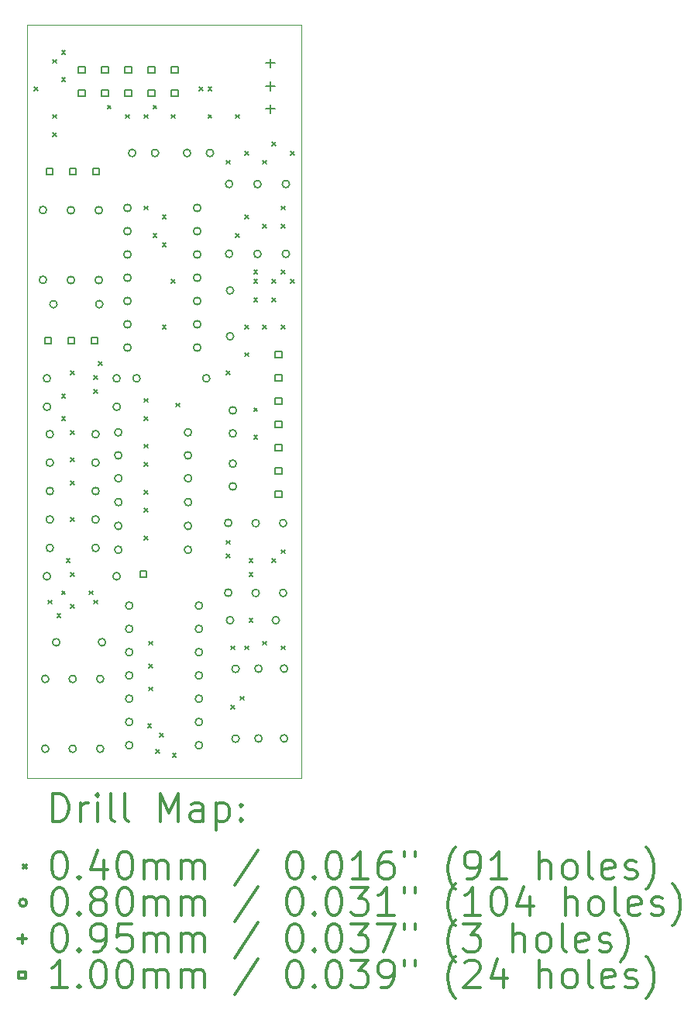
<source format=gbr>
%FSLAX45Y45*%
G04 Gerber Fmt 4.5, Leading zero omitted, Abs format (unit mm)*
G04 Created by KiCad (PCBNEW 5.1.9+dfsg1-1~bpo10+1) date 2022-02-08 03:17:38*
%MOMM*%
%LPD*%
G01*
G04 APERTURE LIST*
%TA.AperFunction,Profile*%
%ADD10C,0.050000*%
%TD*%
%ADD11C,0.200000*%
%ADD12C,0.300000*%
G04 APERTURE END LIST*
D10*
X13400000Y-13525000D02*
X13400000Y-5300000D01*
X10400000Y-13525000D02*
X13400000Y-13525000D01*
X10400000Y-5300000D02*
X10400000Y-13525000D01*
X10400000Y-5300000D02*
X13400000Y-5300000D01*
D11*
X10480000Y-5980000D02*
X10520000Y-6020000D01*
X10520000Y-5980000D02*
X10480000Y-6020000D01*
X10630000Y-11580000D02*
X10670000Y-11620000D01*
X10670000Y-11580000D02*
X10630000Y-11620000D01*
X10680000Y-5680000D02*
X10720000Y-5720000D01*
X10720000Y-5680000D02*
X10680000Y-5720000D01*
X10680000Y-6280000D02*
X10720000Y-6320000D01*
X10720000Y-6280000D02*
X10680000Y-6320000D01*
X10680000Y-6480000D02*
X10720000Y-6520000D01*
X10720000Y-6480000D02*
X10680000Y-6520000D01*
X10730000Y-11730000D02*
X10770000Y-11770000D01*
X10770000Y-11730000D02*
X10730000Y-11770000D01*
X10780000Y-5580000D02*
X10820000Y-5620000D01*
X10820000Y-5580000D02*
X10780000Y-5620000D01*
X10780000Y-5880000D02*
X10820000Y-5920000D01*
X10820000Y-5880000D02*
X10780000Y-5920000D01*
X10780000Y-9330000D02*
X10820000Y-9370000D01*
X10820000Y-9330000D02*
X10780000Y-9370000D01*
X10780000Y-9580000D02*
X10820000Y-9620000D01*
X10820000Y-9580000D02*
X10780000Y-9620000D01*
X10780000Y-11480000D02*
X10820000Y-11520000D01*
X10820000Y-11480000D02*
X10780000Y-11520000D01*
X10830000Y-11130000D02*
X10870000Y-11170000D01*
X10870000Y-11130000D02*
X10830000Y-11170000D01*
X10880000Y-9080000D02*
X10920000Y-9120000D01*
X10920000Y-9080000D02*
X10880000Y-9120000D01*
X10880000Y-9730000D02*
X10920000Y-9770000D01*
X10920000Y-9730000D02*
X10880000Y-9770000D01*
X10880000Y-10030000D02*
X10920000Y-10070000D01*
X10920000Y-10030000D02*
X10880000Y-10070000D01*
X10880000Y-10280000D02*
X10920000Y-10320000D01*
X10920000Y-10280000D02*
X10880000Y-10320000D01*
X10880000Y-10680000D02*
X10920000Y-10720000D01*
X10920000Y-10680000D02*
X10880000Y-10720000D01*
X10880000Y-11280000D02*
X10920000Y-11320000D01*
X10920000Y-11280000D02*
X10880000Y-11320000D01*
X10880000Y-11630000D02*
X10920000Y-11670000D01*
X10920000Y-11630000D02*
X10880000Y-11670000D01*
X11080000Y-11480000D02*
X11120000Y-11520000D01*
X11120000Y-11480000D02*
X11080000Y-11520000D01*
X11130000Y-9130000D02*
X11170000Y-9170000D01*
X11170000Y-9130000D02*
X11130000Y-9170000D01*
X11130000Y-9280000D02*
X11170000Y-9320000D01*
X11170000Y-9280000D02*
X11130000Y-9320000D01*
X11130000Y-11580000D02*
X11170000Y-11620000D01*
X11170000Y-11580000D02*
X11130000Y-11620000D01*
X11180000Y-8980000D02*
X11220000Y-9020000D01*
X11220000Y-8980000D02*
X11180000Y-9020000D01*
X11280000Y-6180000D02*
X11320000Y-6220000D01*
X11320000Y-6180000D02*
X11280000Y-6220000D01*
X11480000Y-6280000D02*
X11520000Y-6320000D01*
X11520000Y-6280000D02*
X11480000Y-6320000D01*
X11680000Y-6280000D02*
X11720000Y-6320000D01*
X11720000Y-6280000D02*
X11680000Y-6320000D01*
X11680000Y-7280000D02*
X11720000Y-7320000D01*
X11720000Y-7280000D02*
X11680000Y-7320000D01*
X11680000Y-9380000D02*
X11720000Y-9420000D01*
X11720000Y-9380000D02*
X11680000Y-9420000D01*
X11680000Y-9580000D02*
X11720000Y-9620000D01*
X11720000Y-9580000D02*
X11680000Y-9620000D01*
X11680000Y-9880000D02*
X11720000Y-9920000D01*
X11720000Y-9880000D02*
X11680000Y-9920000D01*
X11680000Y-10080000D02*
X11720000Y-10120000D01*
X11720000Y-10080000D02*
X11680000Y-10120000D01*
X11680000Y-10380000D02*
X11720000Y-10420000D01*
X11720000Y-10380000D02*
X11680000Y-10420000D01*
X11680000Y-10580000D02*
X11720000Y-10620000D01*
X11720000Y-10580000D02*
X11680000Y-10620000D01*
X11680000Y-10880000D02*
X11720000Y-10920000D01*
X11720000Y-10880000D02*
X11680000Y-10920000D01*
X11720000Y-12930000D02*
X11760000Y-12970000D01*
X11760000Y-12930000D02*
X11720000Y-12970000D01*
X11730000Y-12030000D02*
X11770000Y-12070000D01*
X11770000Y-12030000D02*
X11730000Y-12070000D01*
X11730000Y-12280000D02*
X11770000Y-12320000D01*
X11770000Y-12280000D02*
X11730000Y-12320000D01*
X11730000Y-12530000D02*
X11770000Y-12570000D01*
X11770000Y-12530000D02*
X11730000Y-12570000D01*
X11780000Y-6180000D02*
X11820000Y-6220000D01*
X11820000Y-6180000D02*
X11780000Y-6220000D01*
X11780000Y-7580000D02*
X11820000Y-7620000D01*
X11820000Y-7580000D02*
X11780000Y-7620000D01*
X11810000Y-13210000D02*
X11850000Y-13250000D01*
X11850000Y-13210000D02*
X11810000Y-13250000D01*
X11850000Y-13030000D02*
X11890000Y-13070000D01*
X11890000Y-13030000D02*
X11850000Y-13070000D01*
X11880000Y-7380000D02*
X11920000Y-7420000D01*
X11920000Y-7380000D02*
X11880000Y-7420000D01*
X11880000Y-7680000D02*
X11920000Y-7720000D01*
X11920000Y-7680000D02*
X11880000Y-7720000D01*
X11880000Y-8580000D02*
X11920000Y-8620000D01*
X11920000Y-8580000D02*
X11880000Y-8620000D01*
X11980000Y-6280000D02*
X12020000Y-6320000D01*
X12020000Y-6280000D02*
X11980000Y-6320000D01*
X11980000Y-8080000D02*
X12020000Y-8120000D01*
X12020000Y-8080000D02*
X11980000Y-8120000D01*
X11990000Y-13250000D02*
X12030000Y-13290000D01*
X12030000Y-13250000D02*
X11990000Y-13290000D01*
X12030000Y-9430000D02*
X12070000Y-9470000D01*
X12070000Y-9430000D02*
X12030000Y-9470000D01*
X12280000Y-5980000D02*
X12320000Y-6020000D01*
X12320000Y-5980000D02*
X12280000Y-6020000D01*
X12380000Y-5980000D02*
X12420000Y-6020000D01*
X12420000Y-5980000D02*
X12380000Y-6020000D01*
X12380000Y-6280000D02*
X12420000Y-6320000D01*
X12420000Y-6280000D02*
X12380000Y-6320000D01*
X12580000Y-6780000D02*
X12620000Y-6820000D01*
X12620000Y-6780000D02*
X12580000Y-6820000D01*
X12580000Y-9080000D02*
X12620000Y-9120000D01*
X12620000Y-9080000D02*
X12580000Y-9120000D01*
X12580000Y-10930000D02*
X12620000Y-10970000D01*
X12620000Y-10930000D02*
X12580000Y-10970000D01*
X12580000Y-11080000D02*
X12620000Y-11120000D01*
X12620000Y-11080000D02*
X12580000Y-11120000D01*
X12630000Y-12080000D02*
X12670000Y-12120000D01*
X12670000Y-12080000D02*
X12630000Y-12120000D01*
X12630000Y-12730000D02*
X12670000Y-12770000D01*
X12670000Y-12730000D02*
X12630000Y-12770000D01*
X12680000Y-6280000D02*
X12720000Y-6320000D01*
X12720000Y-6280000D02*
X12680000Y-6320000D01*
X12680000Y-7580000D02*
X12720000Y-7620000D01*
X12720000Y-7580000D02*
X12680000Y-7620000D01*
X12730000Y-12630000D02*
X12770000Y-12670000D01*
X12770000Y-12630000D02*
X12730000Y-12670000D01*
X12780000Y-6680000D02*
X12820000Y-6720000D01*
X12820000Y-6680000D02*
X12780000Y-6720000D01*
X12780000Y-7380000D02*
X12820000Y-7420000D01*
X12820000Y-7380000D02*
X12780000Y-7420000D01*
X12780000Y-8580000D02*
X12820000Y-8620000D01*
X12820000Y-8580000D02*
X12780000Y-8620000D01*
X12780000Y-8880000D02*
X12820000Y-8920000D01*
X12820000Y-8880000D02*
X12780000Y-8920000D01*
X12780000Y-12080000D02*
X12820000Y-12120000D01*
X12820000Y-12080000D02*
X12780000Y-12120000D01*
X12830000Y-11130000D02*
X12870000Y-11170000D01*
X12870000Y-11130000D02*
X12830000Y-11170000D01*
X12830000Y-11280000D02*
X12870000Y-11320000D01*
X12870000Y-11280000D02*
X12830000Y-11320000D01*
X12830000Y-11780000D02*
X12870000Y-11820000D01*
X12870000Y-11780000D02*
X12830000Y-11820000D01*
X12880000Y-7980000D02*
X12920000Y-8020000D01*
X12920000Y-7980000D02*
X12880000Y-8020000D01*
X12880000Y-8080000D02*
X12920000Y-8120000D01*
X12920000Y-8080000D02*
X12880000Y-8120000D01*
X12880000Y-8280000D02*
X12920000Y-8320000D01*
X12920000Y-8280000D02*
X12880000Y-8320000D01*
X12880000Y-9480000D02*
X12920000Y-9520000D01*
X12920000Y-9480000D02*
X12880000Y-9520000D01*
X12880000Y-9780000D02*
X12920000Y-9820000D01*
X12920000Y-9780000D02*
X12880000Y-9820000D01*
X12980000Y-6780000D02*
X13020000Y-6820000D01*
X13020000Y-6780000D02*
X12980000Y-6820000D01*
X12980000Y-7480000D02*
X13020000Y-7520000D01*
X13020000Y-7480000D02*
X12980000Y-7520000D01*
X12980000Y-8580000D02*
X13020000Y-8620000D01*
X13020000Y-8580000D02*
X12980000Y-8620000D01*
X12980000Y-12030000D02*
X13020000Y-12070000D01*
X13020000Y-12030000D02*
X12980000Y-12070000D01*
X13080000Y-6580000D02*
X13120000Y-6620000D01*
X13120000Y-6580000D02*
X13080000Y-6620000D01*
X13080000Y-8080000D02*
X13120000Y-8120000D01*
X13120000Y-8080000D02*
X13080000Y-8120000D01*
X13080000Y-8280000D02*
X13120000Y-8320000D01*
X13120000Y-8280000D02*
X13080000Y-8320000D01*
X13080000Y-11130000D02*
X13120000Y-11170000D01*
X13120000Y-11130000D02*
X13080000Y-11170000D01*
X13180000Y-7280000D02*
X13220000Y-7320000D01*
X13220000Y-7280000D02*
X13180000Y-7320000D01*
X13180000Y-7480000D02*
X13220000Y-7520000D01*
X13220000Y-7480000D02*
X13180000Y-7520000D01*
X13180000Y-7980000D02*
X13220000Y-8020000D01*
X13220000Y-7980000D02*
X13180000Y-8020000D01*
X13180000Y-8580000D02*
X13220000Y-8620000D01*
X13220000Y-8580000D02*
X13180000Y-8620000D01*
X13180000Y-11030000D02*
X13220000Y-11070000D01*
X13220000Y-11030000D02*
X13180000Y-11070000D01*
X13180000Y-12080000D02*
X13220000Y-12120000D01*
X13220000Y-12080000D02*
X13180000Y-12120000D01*
X13280000Y-6680000D02*
X13320000Y-6720000D01*
X13320000Y-6680000D02*
X13280000Y-6720000D01*
X13280000Y-8080000D02*
X13320000Y-8120000D01*
X13320000Y-8080000D02*
X13280000Y-8120000D01*
X10615000Y-7323000D02*
G75*
G03*
X10615000Y-7323000I-40000J0D01*
G01*
X10615000Y-8085000D02*
G75*
G03*
X10615000Y-8085000I-40000J0D01*
G01*
X10640000Y-12440000D02*
G75*
G03*
X10640000Y-12440000I-40000J0D01*
G01*
X10640000Y-13202000D02*
G75*
G03*
X10640000Y-13202000I-40000J0D01*
G01*
X10658000Y-9160000D02*
G75*
G03*
X10658000Y-9160000I-40000J0D01*
G01*
X10658000Y-11320000D02*
G75*
G03*
X10658000Y-11320000I-40000J0D01*
G01*
X10660000Y-9470000D02*
G75*
G03*
X10660000Y-9470000I-40000J0D01*
G01*
X10690000Y-9770000D02*
G75*
G03*
X10690000Y-9770000I-40000J0D01*
G01*
X10690000Y-10080000D02*
G75*
G03*
X10690000Y-10080000I-40000J0D01*
G01*
X10690000Y-10390000D02*
G75*
G03*
X10690000Y-10390000I-40000J0D01*
G01*
X10690000Y-10700000D02*
G75*
G03*
X10690000Y-10700000I-40000J0D01*
G01*
X10690000Y-11010000D02*
G75*
G03*
X10690000Y-11010000I-40000J0D01*
G01*
X10730000Y-8350000D02*
G75*
G03*
X10730000Y-8350000I-40000J0D01*
G01*
X10760000Y-12040000D02*
G75*
G03*
X10760000Y-12040000I-40000J0D01*
G01*
X10920000Y-7325000D02*
G75*
G03*
X10920000Y-7325000I-40000J0D01*
G01*
X10920000Y-8087000D02*
G75*
G03*
X10920000Y-8087000I-40000J0D01*
G01*
X10940000Y-12440000D02*
G75*
G03*
X10940000Y-12440000I-40000J0D01*
G01*
X10940000Y-13202000D02*
G75*
G03*
X10940000Y-13202000I-40000J0D01*
G01*
X11190000Y-9770000D02*
G75*
G03*
X11190000Y-9770000I-40000J0D01*
G01*
X11190000Y-10080000D02*
G75*
G03*
X11190000Y-10080000I-40000J0D01*
G01*
X11190000Y-10390000D02*
G75*
G03*
X11190000Y-10390000I-40000J0D01*
G01*
X11190000Y-10700000D02*
G75*
G03*
X11190000Y-10700000I-40000J0D01*
G01*
X11190000Y-11010000D02*
G75*
G03*
X11190000Y-11010000I-40000J0D01*
G01*
X11225000Y-7325000D02*
G75*
G03*
X11225000Y-7325000I-40000J0D01*
G01*
X11225000Y-8087000D02*
G75*
G03*
X11225000Y-8087000I-40000J0D01*
G01*
X11230000Y-8350000D02*
G75*
G03*
X11230000Y-8350000I-40000J0D01*
G01*
X11240000Y-12440000D02*
G75*
G03*
X11240000Y-12440000I-40000J0D01*
G01*
X11240000Y-13202000D02*
G75*
G03*
X11240000Y-13202000I-40000J0D01*
G01*
X11260000Y-12040000D02*
G75*
G03*
X11260000Y-12040000I-40000J0D01*
G01*
X11420000Y-9160000D02*
G75*
G03*
X11420000Y-9160000I-40000J0D01*
G01*
X11420000Y-11320000D02*
G75*
G03*
X11420000Y-11320000I-40000J0D01*
G01*
X11422000Y-9470000D02*
G75*
G03*
X11422000Y-9470000I-40000J0D01*
G01*
X11438000Y-9750000D02*
G75*
G03*
X11438000Y-9750000I-40000J0D01*
G01*
X11438000Y-10000000D02*
G75*
G03*
X11438000Y-10000000I-40000J0D01*
G01*
X11438000Y-10250000D02*
G75*
G03*
X11438000Y-10250000I-40000J0D01*
G01*
X11438000Y-10770000D02*
G75*
G03*
X11438000Y-10770000I-40000J0D01*
G01*
X11438000Y-11030000D02*
G75*
G03*
X11438000Y-11030000I-40000J0D01*
G01*
X11440000Y-10510000D02*
G75*
G03*
X11440000Y-10510000I-40000J0D01*
G01*
X11538000Y-7300000D02*
G75*
G03*
X11538000Y-7300000I-40000J0D01*
G01*
X11538000Y-7554000D02*
G75*
G03*
X11538000Y-7554000I-40000J0D01*
G01*
X11538000Y-7808000D02*
G75*
G03*
X11538000Y-7808000I-40000J0D01*
G01*
X11538000Y-8062000D02*
G75*
G03*
X11538000Y-8062000I-40000J0D01*
G01*
X11538000Y-8316000D02*
G75*
G03*
X11538000Y-8316000I-40000J0D01*
G01*
X11538000Y-8570000D02*
G75*
G03*
X11538000Y-8570000I-40000J0D01*
G01*
X11538000Y-8824000D02*
G75*
G03*
X11538000Y-8824000I-40000J0D01*
G01*
X11558000Y-11640000D02*
G75*
G03*
X11558000Y-11640000I-40000J0D01*
G01*
X11558000Y-11894000D02*
G75*
G03*
X11558000Y-11894000I-40000J0D01*
G01*
X11558000Y-12148000D02*
G75*
G03*
X11558000Y-12148000I-40000J0D01*
G01*
X11558000Y-12402000D02*
G75*
G03*
X11558000Y-12402000I-40000J0D01*
G01*
X11558000Y-12656000D02*
G75*
G03*
X11558000Y-12656000I-40000J0D01*
G01*
X11558000Y-12910000D02*
G75*
G03*
X11558000Y-12910000I-40000J0D01*
G01*
X11558000Y-13164000D02*
G75*
G03*
X11558000Y-13164000I-40000J0D01*
G01*
X11590000Y-6700000D02*
G75*
G03*
X11590000Y-6700000I-40000J0D01*
G01*
X11638000Y-9160000D02*
G75*
G03*
X11638000Y-9160000I-40000J0D01*
G01*
X11840000Y-6700000D02*
G75*
G03*
X11840000Y-6700000I-40000J0D01*
G01*
X12190000Y-6700000D02*
G75*
G03*
X12190000Y-6700000I-40000J0D01*
G01*
X12200000Y-9750000D02*
G75*
G03*
X12200000Y-9750000I-40000J0D01*
G01*
X12200000Y-10000000D02*
G75*
G03*
X12200000Y-10000000I-40000J0D01*
G01*
X12200000Y-10250000D02*
G75*
G03*
X12200000Y-10250000I-40000J0D01*
G01*
X12200000Y-10770000D02*
G75*
G03*
X12200000Y-10770000I-40000J0D01*
G01*
X12200000Y-11030000D02*
G75*
G03*
X12200000Y-11030000I-40000J0D01*
G01*
X12202000Y-10510000D02*
G75*
G03*
X12202000Y-10510000I-40000J0D01*
G01*
X12300000Y-7300000D02*
G75*
G03*
X12300000Y-7300000I-40000J0D01*
G01*
X12300000Y-7554000D02*
G75*
G03*
X12300000Y-7554000I-40000J0D01*
G01*
X12300000Y-7808000D02*
G75*
G03*
X12300000Y-7808000I-40000J0D01*
G01*
X12300000Y-8062000D02*
G75*
G03*
X12300000Y-8062000I-40000J0D01*
G01*
X12300000Y-8316000D02*
G75*
G03*
X12300000Y-8316000I-40000J0D01*
G01*
X12300000Y-8570000D02*
G75*
G03*
X12300000Y-8570000I-40000J0D01*
G01*
X12300000Y-8824000D02*
G75*
G03*
X12300000Y-8824000I-40000J0D01*
G01*
X12320000Y-11640000D02*
G75*
G03*
X12320000Y-11640000I-40000J0D01*
G01*
X12320000Y-11894000D02*
G75*
G03*
X12320000Y-11894000I-40000J0D01*
G01*
X12320000Y-12148000D02*
G75*
G03*
X12320000Y-12148000I-40000J0D01*
G01*
X12320000Y-12402000D02*
G75*
G03*
X12320000Y-12402000I-40000J0D01*
G01*
X12320000Y-12656000D02*
G75*
G03*
X12320000Y-12656000I-40000J0D01*
G01*
X12320000Y-12910000D02*
G75*
G03*
X12320000Y-12910000I-40000J0D01*
G01*
X12320000Y-13164000D02*
G75*
G03*
X12320000Y-13164000I-40000J0D01*
G01*
X12400000Y-9160000D02*
G75*
G03*
X12400000Y-9160000I-40000J0D01*
G01*
X12440000Y-6700000D02*
G75*
G03*
X12440000Y-6700000I-40000J0D01*
G01*
X12640000Y-10738000D02*
G75*
G03*
X12640000Y-10738000I-40000J0D01*
G01*
X12640000Y-11500000D02*
G75*
G03*
X12640000Y-11500000I-40000J0D01*
G01*
X12650000Y-7038000D02*
G75*
G03*
X12650000Y-7038000I-40000J0D01*
G01*
X12650000Y-7800000D02*
G75*
G03*
X12650000Y-7800000I-40000J0D01*
G01*
X12660000Y-8200000D02*
G75*
G03*
X12660000Y-8200000I-40000J0D01*
G01*
X12660000Y-8700000D02*
G75*
G03*
X12660000Y-8700000I-40000J0D01*
G01*
X12660000Y-11800000D02*
G75*
G03*
X12660000Y-11800000I-40000J0D01*
G01*
X12690000Y-9510000D02*
G75*
G03*
X12690000Y-9510000I-40000J0D01*
G01*
X12690000Y-9760000D02*
G75*
G03*
X12690000Y-9760000I-40000J0D01*
G01*
X12690000Y-10090000D02*
G75*
G03*
X12690000Y-10090000I-40000J0D01*
G01*
X12690000Y-10340000D02*
G75*
G03*
X12690000Y-10340000I-40000J0D01*
G01*
X12720000Y-12330000D02*
G75*
G03*
X12720000Y-12330000I-40000J0D01*
G01*
X12720000Y-13092000D02*
G75*
G03*
X12720000Y-13092000I-40000J0D01*
G01*
X12940000Y-10740000D02*
G75*
G03*
X12940000Y-10740000I-40000J0D01*
G01*
X12940000Y-11502000D02*
G75*
G03*
X12940000Y-11502000I-40000J0D01*
G01*
X12960000Y-7040000D02*
G75*
G03*
X12960000Y-7040000I-40000J0D01*
G01*
X12960000Y-7802000D02*
G75*
G03*
X12960000Y-7802000I-40000J0D01*
G01*
X12970000Y-12328000D02*
G75*
G03*
X12970000Y-12328000I-40000J0D01*
G01*
X12970000Y-13090000D02*
G75*
G03*
X12970000Y-13090000I-40000J0D01*
G01*
X13160000Y-11800000D02*
G75*
G03*
X13160000Y-11800000I-40000J0D01*
G01*
X13240000Y-10740000D02*
G75*
G03*
X13240000Y-10740000I-40000J0D01*
G01*
X13240000Y-11502000D02*
G75*
G03*
X13240000Y-11502000I-40000J0D01*
G01*
X13250000Y-12328000D02*
G75*
G03*
X13250000Y-12328000I-40000J0D01*
G01*
X13250000Y-13090000D02*
G75*
G03*
X13250000Y-13090000I-40000J0D01*
G01*
X13270000Y-7038000D02*
G75*
G03*
X13270000Y-7038000I-40000J0D01*
G01*
X13270000Y-7800000D02*
G75*
G03*
X13270000Y-7800000I-40000J0D01*
G01*
X13060000Y-5672500D02*
X13060000Y-5767500D01*
X13012500Y-5720000D02*
X13107500Y-5720000D01*
X13060000Y-5922500D02*
X13060000Y-6017500D01*
X13012500Y-5970000D02*
X13107500Y-5970000D01*
X13060000Y-6172500D02*
X13060000Y-6267500D01*
X13012500Y-6220000D02*
X13107500Y-6220000D01*
X10667356Y-8785356D02*
X10667356Y-8714644D01*
X10596644Y-8714644D01*
X10596644Y-8785356D01*
X10667356Y-8785356D01*
X10685356Y-6935356D02*
X10685356Y-6864644D01*
X10614644Y-6864644D01*
X10614644Y-6935356D01*
X10685356Y-6935356D01*
X10921356Y-8785356D02*
X10921356Y-8714644D01*
X10850644Y-8714644D01*
X10850644Y-8785356D01*
X10921356Y-8785356D01*
X10939356Y-6935356D02*
X10939356Y-6864644D01*
X10868644Y-6864644D01*
X10868644Y-6935356D01*
X10939356Y-6935356D01*
X11035356Y-5825356D02*
X11035356Y-5754644D01*
X10964644Y-5754644D01*
X10964644Y-5825356D01*
X11035356Y-5825356D01*
X11035356Y-6079356D02*
X11035356Y-6008644D01*
X10964644Y-6008644D01*
X10964644Y-6079356D01*
X11035356Y-6079356D01*
X11175356Y-8785356D02*
X11175356Y-8714644D01*
X11104644Y-8714644D01*
X11104644Y-8785356D01*
X11175356Y-8785356D01*
X11193356Y-6935356D02*
X11193356Y-6864644D01*
X11122644Y-6864644D01*
X11122644Y-6935356D01*
X11193356Y-6935356D01*
X11289356Y-5825356D02*
X11289356Y-5754644D01*
X11218644Y-5754644D01*
X11218644Y-5825356D01*
X11289356Y-5825356D01*
X11289356Y-6079356D02*
X11289356Y-6008644D01*
X11218644Y-6008644D01*
X11218644Y-6079356D01*
X11289356Y-6079356D01*
X11543356Y-5825356D02*
X11543356Y-5754644D01*
X11472644Y-5754644D01*
X11472644Y-5825356D01*
X11543356Y-5825356D01*
X11543356Y-6079356D02*
X11543356Y-6008644D01*
X11472644Y-6008644D01*
X11472644Y-6079356D01*
X11543356Y-6079356D01*
X11706656Y-11333356D02*
X11706656Y-11262644D01*
X11635944Y-11262644D01*
X11635944Y-11333356D01*
X11706656Y-11333356D01*
X11797356Y-5825356D02*
X11797356Y-5754644D01*
X11726644Y-5754644D01*
X11726644Y-5825356D01*
X11797356Y-5825356D01*
X11797356Y-6079356D02*
X11797356Y-6008644D01*
X11726644Y-6008644D01*
X11726644Y-6079356D01*
X11797356Y-6079356D01*
X12051356Y-5825356D02*
X12051356Y-5754644D01*
X11980644Y-5754644D01*
X11980644Y-5825356D01*
X12051356Y-5825356D01*
X12051356Y-6079356D02*
X12051356Y-6008644D01*
X11980644Y-6008644D01*
X11980644Y-6079356D01*
X12051356Y-6079356D01*
X13185356Y-8935356D02*
X13185356Y-8864644D01*
X13114644Y-8864644D01*
X13114644Y-8935356D01*
X13185356Y-8935356D01*
X13185356Y-9189356D02*
X13185356Y-9118644D01*
X13114644Y-9118644D01*
X13114644Y-9189356D01*
X13185356Y-9189356D01*
X13185356Y-9443356D02*
X13185356Y-9372644D01*
X13114644Y-9372644D01*
X13114644Y-9443356D01*
X13185356Y-9443356D01*
X13185356Y-9697356D02*
X13185356Y-9626644D01*
X13114644Y-9626644D01*
X13114644Y-9697356D01*
X13185356Y-9697356D01*
X13185356Y-9951356D02*
X13185356Y-9880644D01*
X13114644Y-9880644D01*
X13114644Y-9951356D01*
X13185356Y-9951356D01*
X13185356Y-10205356D02*
X13185356Y-10134644D01*
X13114644Y-10134644D01*
X13114644Y-10205356D01*
X13185356Y-10205356D01*
X13185356Y-10459356D02*
X13185356Y-10388644D01*
X13114644Y-10388644D01*
X13114644Y-10459356D01*
X13185356Y-10459356D01*
D12*
X10683928Y-13993214D02*
X10683928Y-13693214D01*
X10755357Y-13693214D01*
X10798214Y-13707500D01*
X10826786Y-13736071D01*
X10841071Y-13764643D01*
X10855357Y-13821786D01*
X10855357Y-13864643D01*
X10841071Y-13921786D01*
X10826786Y-13950357D01*
X10798214Y-13978929D01*
X10755357Y-13993214D01*
X10683928Y-13993214D01*
X10983928Y-13993214D02*
X10983928Y-13793214D01*
X10983928Y-13850357D02*
X10998214Y-13821786D01*
X11012500Y-13807500D01*
X11041071Y-13793214D01*
X11069643Y-13793214D01*
X11169643Y-13993214D02*
X11169643Y-13793214D01*
X11169643Y-13693214D02*
X11155357Y-13707500D01*
X11169643Y-13721786D01*
X11183928Y-13707500D01*
X11169643Y-13693214D01*
X11169643Y-13721786D01*
X11355357Y-13993214D02*
X11326786Y-13978929D01*
X11312500Y-13950357D01*
X11312500Y-13693214D01*
X11512500Y-13993214D02*
X11483928Y-13978929D01*
X11469643Y-13950357D01*
X11469643Y-13693214D01*
X11855357Y-13993214D02*
X11855357Y-13693214D01*
X11955357Y-13907500D01*
X12055357Y-13693214D01*
X12055357Y-13993214D01*
X12326786Y-13993214D02*
X12326786Y-13836071D01*
X12312500Y-13807500D01*
X12283928Y-13793214D01*
X12226786Y-13793214D01*
X12198214Y-13807500D01*
X12326786Y-13978929D02*
X12298214Y-13993214D01*
X12226786Y-13993214D01*
X12198214Y-13978929D01*
X12183928Y-13950357D01*
X12183928Y-13921786D01*
X12198214Y-13893214D01*
X12226786Y-13878929D01*
X12298214Y-13878929D01*
X12326786Y-13864643D01*
X12469643Y-13793214D02*
X12469643Y-14093214D01*
X12469643Y-13807500D02*
X12498214Y-13793214D01*
X12555357Y-13793214D01*
X12583928Y-13807500D01*
X12598214Y-13821786D01*
X12612500Y-13850357D01*
X12612500Y-13936071D01*
X12598214Y-13964643D01*
X12583928Y-13978929D01*
X12555357Y-13993214D01*
X12498214Y-13993214D01*
X12469643Y-13978929D01*
X12741071Y-13964643D02*
X12755357Y-13978929D01*
X12741071Y-13993214D01*
X12726786Y-13978929D01*
X12741071Y-13964643D01*
X12741071Y-13993214D01*
X12741071Y-13807500D02*
X12755357Y-13821786D01*
X12741071Y-13836071D01*
X12726786Y-13821786D01*
X12741071Y-13807500D01*
X12741071Y-13836071D01*
X10357500Y-14467500D02*
X10397500Y-14507500D01*
X10397500Y-14467500D02*
X10357500Y-14507500D01*
X10741071Y-14323214D02*
X10769643Y-14323214D01*
X10798214Y-14337500D01*
X10812500Y-14351786D01*
X10826786Y-14380357D01*
X10841071Y-14437500D01*
X10841071Y-14508929D01*
X10826786Y-14566071D01*
X10812500Y-14594643D01*
X10798214Y-14608929D01*
X10769643Y-14623214D01*
X10741071Y-14623214D01*
X10712500Y-14608929D01*
X10698214Y-14594643D01*
X10683928Y-14566071D01*
X10669643Y-14508929D01*
X10669643Y-14437500D01*
X10683928Y-14380357D01*
X10698214Y-14351786D01*
X10712500Y-14337500D01*
X10741071Y-14323214D01*
X10969643Y-14594643D02*
X10983928Y-14608929D01*
X10969643Y-14623214D01*
X10955357Y-14608929D01*
X10969643Y-14594643D01*
X10969643Y-14623214D01*
X11241071Y-14423214D02*
X11241071Y-14623214D01*
X11169643Y-14308929D02*
X11098214Y-14523214D01*
X11283928Y-14523214D01*
X11455357Y-14323214D02*
X11483928Y-14323214D01*
X11512500Y-14337500D01*
X11526786Y-14351786D01*
X11541071Y-14380357D01*
X11555357Y-14437500D01*
X11555357Y-14508929D01*
X11541071Y-14566071D01*
X11526786Y-14594643D01*
X11512500Y-14608929D01*
X11483928Y-14623214D01*
X11455357Y-14623214D01*
X11426786Y-14608929D01*
X11412500Y-14594643D01*
X11398214Y-14566071D01*
X11383928Y-14508929D01*
X11383928Y-14437500D01*
X11398214Y-14380357D01*
X11412500Y-14351786D01*
X11426786Y-14337500D01*
X11455357Y-14323214D01*
X11683928Y-14623214D02*
X11683928Y-14423214D01*
X11683928Y-14451786D02*
X11698214Y-14437500D01*
X11726786Y-14423214D01*
X11769643Y-14423214D01*
X11798214Y-14437500D01*
X11812500Y-14466071D01*
X11812500Y-14623214D01*
X11812500Y-14466071D02*
X11826786Y-14437500D01*
X11855357Y-14423214D01*
X11898214Y-14423214D01*
X11926786Y-14437500D01*
X11941071Y-14466071D01*
X11941071Y-14623214D01*
X12083928Y-14623214D02*
X12083928Y-14423214D01*
X12083928Y-14451786D02*
X12098214Y-14437500D01*
X12126786Y-14423214D01*
X12169643Y-14423214D01*
X12198214Y-14437500D01*
X12212500Y-14466071D01*
X12212500Y-14623214D01*
X12212500Y-14466071D02*
X12226786Y-14437500D01*
X12255357Y-14423214D01*
X12298214Y-14423214D01*
X12326786Y-14437500D01*
X12341071Y-14466071D01*
X12341071Y-14623214D01*
X12926786Y-14308929D02*
X12669643Y-14694643D01*
X13312500Y-14323214D02*
X13341071Y-14323214D01*
X13369643Y-14337500D01*
X13383928Y-14351786D01*
X13398214Y-14380357D01*
X13412500Y-14437500D01*
X13412500Y-14508929D01*
X13398214Y-14566071D01*
X13383928Y-14594643D01*
X13369643Y-14608929D01*
X13341071Y-14623214D01*
X13312500Y-14623214D01*
X13283928Y-14608929D01*
X13269643Y-14594643D01*
X13255357Y-14566071D01*
X13241071Y-14508929D01*
X13241071Y-14437500D01*
X13255357Y-14380357D01*
X13269643Y-14351786D01*
X13283928Y-14337500D01*
X13312500Y-14323214D01*
X13541071Y-14594643D02*
X13555357Y-14608929D01*
X13541071Y-14623214D01*
X13526786Y-14608929D01*
X13541071Y-14594643D01*
X13541071Y-14623214D01*
X13741071Y-14323214D02*
X13769643Y-14323214D01*
X13798214Y-14337500D01*
X13812500Y-14351786D01*
X13826786Y-14380357D01*
X13841071Y-14437500D01*
X13841071Y-14508929D01*
X13826786Y-14566071D01*
X13812500Y-14594643D01*
X13798214Y-14608929D01*
X13769643Y-14623214D01*
X13741071Y-14623214D01*
X13712500Y-14608929D01*
X13698214Y-14594643D01*
X13683928Y-14566071D01*
X13669643Y-14508929D01*
X13669643Y-14437500D01*
X13683928Y-14380357D01*
X13698214Y-14351786D01*
X13712500Y-14337500D01*
X13741071Y-14323214D01*
X14126786Y-14623214D02*
X13955357Y-14623214D01*
X14041071Y-14623214D02*
X14041071Y-14323214D01*
X14012500Y-14366071D01*
X13983928Y-14394643D01*
X13955357Y-14408929D01*
X14383928Y-14323214D02*
X14326786Y-14323214D01*
X14298214Y-14337500D01*
X14283928Y-14351786D01*
X14255357Y-14394643D01*
X14241071Y-14451786D01*
X14241071Y-14566071D01*
X14255357Y-14594643D01*
X14269643Y-14608929D01*
X14298214Y-14623214D01*
X14355357Y-14623214D01*
X14383928Y-14608929D01*
X14398214Y-14594643D01*
X14412500Y-14566071D01*
X14412500Y-14494643D01*
X14398214Y-14466071D01*
X14383928Y-14451786D01*
X14355357Y-14437500D01*
X14298214Y-14437500D01*
X14269643Y-14451786D01*
X14255357Y-14466071D01*
X14241071Y-14494643D01*
X14526786Y-14323214D02*
X14526786Y-14380357D01*
X14641071Y-14323214D02*
X14641071Y-14380357D01*
X15083928Y-14737500D02*
X15069643Y-14723214D01*
X15041071Y-14680357D01*
X15026786Y-14651786D01*
X15012500Y-14608929D01*
X14998214Y-14537500D01*
X14998214Y-14480357D01*
X15012500Y-14408929D01*
X15026786Y-14366071D01*
X15041071Y-14337500D01*
X15069643Y-14294643D01*
X15083928Y-14280357D01*
X15212500Y-14623214D02*
X15269643Y-14623214D01*
X15298214Y-14608929D01*
X15312500Y-14594643D01*
X15341071Y-14551786D01*
X15355357Y-14494643D01*
X15355357Y-14380357D01*
X15341071Y-14351786D01*
X15326786Y-14337500D01*
X15298214Y-14323214D01*
X15241071Y-14323214D01*
X15212500Y-14337500D01*
X15198214Y-14351786D01*
X15183928Y-14380357D01*
X15183928Y-14451786D01*
X15198214Y-14480357D01*
X15212500Y-14494643D01*
X15241071Y-14508929D01*
X15298214Y-14508929D01*
X15326786Y-14494643D01*
X15341071Y-14480357D01*
X15355357Y-14451786D01*
X15641071Y-14623214D02*
X15469643Y-14623214D01*
X15555357Y-14623214D02*
X15555357Y-14323214D01*
X15526786Y-14366071D01*
X15498214Y-14394643D01*
X15469643Y-14408929D01*
X15998214Y-14623214D02*
X15998214Y-14323214D01*
X16126786Y-14623214D02*
X16126786Y-14466071D01*
X16112500Y-14437500D01*
X16083928Y-14423214D01*
X16041071Y-14423214D01*
X16012500Y-14437500D01*
X15998214Y-14451786D01*
X16312500Y-14623214D02*
X16283928Y-14608929D01*
X16269643Y-14594643D01*
X16255357Y-14566071D01*
X16255357Y-14480357D01*
X16269643Y-14451786D01*
X16283928Y-14437500D01*
X16312500Y-14423214D01*
X16355357Y-14423214D01*
X16383928Y-14437500D01*
X16398214Y-14451786D01*
X16412500Y-14480357D01*
X16412500Y-14566071D01*
X16398214Y-14594643D01*
X16383928Y-14608929D01*
X16355357Y-14623214D01*
X16312500Y-14623214D01*
X16583928Y-14623214D02*
X16555357Y-14608929D01*
X16541071Y-14580357D01*
X16541071Y-14323214D01*
X16812500Y-14608929D02*
X16783928Y-14623214D01*
X16726786Y-14623214D01*
X16698214Y-14608929D01*
X16683928Y-14580357D01*
X16683928Y-14466071D01*
X16698214Y-14437500D01*
X16726786Y-14423214D01*
X16783928Y-14423214D01*
X16812500Y-14437500D01*
X16826786Y-14466071D01*
X16826786Y-14494643D01*
X16683928Y-14523214D01*
X16941071Y-14608929D02*
X16969643Y-14623214D01*
X17026786Y-14623214D01*
X17055357Y-14608929D01*
X17069643Y-14580357D01*
X17069643Y-14566071D01*
X17055357Y-14537500D01*
X17026786Y-14523214D01*
X16983928Y-14523214D01*
X16955357Y-14508929D01*
X16941071Y-14480357D01*
X16941071Y-14466071D01*
X16955357Y-14437500D01*
X16983928Y-14423214D01*
X17026786Y-14423214D01*
X17055357Y-14437500D01*
X17169643Y-14737500D02*
X17183928Y-14723214D01*
X17212500Y-14680357D01*
X17226786Y-14651786D01*
X17241071Y-14608929D01*
X17255357Y-14537500D01*
X17255357Y-14480357D01*
X17241071Y-14408929D01*
X17226786Y-14366071D01*
X17212500Y-14337500D01*
X17183928Y-14294643D01*
X17169643Y-14280357D01*
X10397500Y-14883500D02*
G75*
G03*
X10397500Y-14883500I-40000J0D01*
G01*
X10741071Y-14719214D02*
X10769643Y-14719214D01*
X10798214Y-14733500D01*
X10812500Y-14747786D01*
X10826786Y-14776357D01*
X10841071Y-14833500D01*
X10841071Y-14904929D01*
X10826786Y-14962071D01*
X10812500Y-14990643D01*
X10798214Y-15004929D01*
X10769643Y-15019214D01*
X10741071Y-15019214D01*
X10712500Y-15004929D01*
X10698214Y-14990643D01*
X10683928Y-14962071D01*
X10669643Y-14904929D01*
X10669643Y-14833500D01*
X10683928Y-14776357D01*
X10698214Y-14747786D01*
X10712500Y-14733500D01*
X10741071Y-14719214D01*
X10969643Y-14990643D02*
X10983928Y-15004929D01*
X10969643Y-15019214D01*
X10955357Y-15004929D01*
X10969643Y-14990643D01*
X10969643Y-15019214D01*
X11155357Y-14847786D02*
X11126786Y-14833500D01*
X11112500Y-14819214D01*
X11098214Y-14790643D01*
X11098214Y-14776357D01*
X11112500Y-14747786D01*
X11126786Y-14733500D01*
X11155357Y-14719214D01*
X11212500Y-14719214D01*
X11241071Y-14733500D01*
X11255357Y-14747786D01*
X11269643Y-14776357D01*
X11269643Y-14790643D01*
X11255357Y-14819214D01*
X11241071Y-14833500D01*
X11212500Y-14847786D01*
X11155357Y-14847786D01*
X11126786Y-14862071D01*
X11112500Y-14876357D01*
X11098214Y-14904929D01*
X11098214Y-14962071D01*
X11112500Y-14990643D01*
X11126786Y-15004929D01*
X11155357Y-15019214D01*
X11212500Y-15019214D01*
X11241071Y-15004929D01*
X11255357Y-14990643D01*
X11269643Y-14962071D01*
X11269643Y-14904929D01*
X11255357Y-14876357D01*
X11241071Y-14862071D01*
X11212500Y-14847786D01*
X11455357Y-14719214D02*
X11483928Y-14719214D01*
X11512500Y-14733500D01*
X11526786Y-14747786D01*
X11541071Y-14776357D01*
X11555357Y-14833500D01*
X11555357Y-14904929D01*
X11541071Y-14962071D01*
X11526786Y-14990643D01*
X11512500Y-15004929D01*
X11483928Y-15019214D01*
X11455357Y-15019214D01*
X11426786Y-15004929D01*
X11412500Y-14990643D01*
X11398214Y-14962071D01*
X11383928Y-14904929D01*
X11383928Y-14833500D01*
X11398214Y-14776357D01*
X11412500Y-14747786D01*
X11426786Y-14733500D01*
X11455357Y-14719214D01*
X11683928Y-15019214D02*
X11683928Y-14819214D01*
X11683928Y-14847786D02*
X11698214Y-14833500D01*
X11726786Y-14819214D01*
X11769643Y-14819214D01*
X11798214Y-14833500D01*
X11812500Y-14862071D01*
X11812500Y-15019214D01*
X11812500Y-14862071D02*
X11826786Y-14833500D01*
X11855357Y-14819214D01*
X11898214Y-14819214D01*
X11926786Y-14833500D01*
X11941071Y-14862071D01*
X11941071Y-15019214D01*
X12083928Y-15019214D02*
X12083928Y-14819214D01*
X12083928Y-14847786D02*
X12098214Y-14833500D01*
X12126786Y-14819214D01*
X12169643Y-14819214D01*
X12198214Y-14833500D01*
X12212500Y-14862071D01*
X12212500Y-15019214D01*
X12212500Y-14862071D02*
X12226786Y-14833500D01*
X12255357Y-14819214D01*
X12298214Y-14819214D01*
X12326786Y-14833500D01*
X12341071Y-14862071D01*
X12341071Y-15019214D01*
X12926786Y-14704929D02*
X12669643Y-15090643D01*
X13312500Y-14719214D02*
X13341071Y-14719214D01*
X13369643Y-14733500D01*
X13383928Y-14747786D01*
X13398214Y-14776357D01*
X13412500Y-14833500D01*
X13412500Y-14904929D01*
X13398214Y-14962071D01*
X13383928Y-14990643D01*
X13369643Y-15004929D01*
X13341071Y-15019214D01*
X13312500Y-15019214D01*
X13283928Y-15004929D01*
X13269643Y-14990643D01*
X13255357Y-14962071D01*
X13241071Y-14904929D01*
X13241071Y-14833500D01*
X13255357Y-14776357D01*
X13269643Y-14747786D01*
X13283928Y-14733500D01*
X13312500Y-14719214D01*
X13541071Y-14990643D02*
X13555357Y-15004929D01*
X13541071Y-15019214D01*
X13526786Y-15004929D01*
X13541071Y-14990643D01*
X13541071Y-15019214D01*
X13741071Y-14719214D02*
X13769643Y-14719214D01*
X13798214Y-14733500D01*
X13812500Y-14747786D01*
X13826786Y-14776357D01*
X13841071Y-14833500D01*
X13841071Y-14904929D01*
X13826786Y-14962071D01*
X13812500Y-14990643D01*
X13798214Y-15004929D01*
X13769643Y-15019214D01*
X13741071Y-15019214D01*
X13712500Y-15004929D01*
X13698214Y-14990643D01*
X13683928Y-14962071D01*
X13669643Y-14904929D01*
X13669643Y-14833500D01*
X13683928Y-14776357D01*
X13698214Y-14747786D01*
X13712500Y-14733500D01*
X13741071Y-14719214D01*
X13941071Y-14719214D02*
X14126786Y-14719214D01*
X14026786Y-14833500D01*
X14069643Y-14833500D01*
X14098214Y-14847786D01*
X14112500Y-14862071D01*
X14126786Y-14890643D01*
X14126786Y-14962071D01*
X14112500Y-14990643D01*
X14098214Y-15004929D01*
X14069643Y-15019214D01*
X13983928Y-15019214D01*
X13955357Y-15004929D01*
X13941071Y-14990643D01*
X14412500Y-15019214D02*
X14241071Y-15019214D01*
X14326786Y-15019214D02*
X14326786Y-14719214D01*
X14298214Y-14762071D01*
X14269643Y-14790643D01*
X14241071Y-14804929D01*
X14526786Y-14719214D02*
X14526786Y-14776357D01*
X14641071Y-14719214D02*
X14641071Y-14776357D01*
X15083928Y-15133500D02*
X15069643Y-15119214D01*
X15041071Y-15076357D01*
X15026786Y-15047786D01*
X15012500Y-15004929D01*
X14998214Y-14933500D01*
X14998214Y-14876357D01*
X15012500Y-14804929D01*
X15026786Y-14762071D01*
X15041071Y-14733500D01*
X15069643Y-14690643D01*
X15083928Y-14676357D01*
X15355357Y-15019214D02*
X15183928Y-15019214D01*
X15269643Y-15019214D02*
X15269643Y-14719214D01*
X15241071Y-14762071D01*
X15212500Y-14790643D01*
X15183928Y-14804929D01*
X15541071Y-14719214D02*
X15569643Y-14719214D01*
X15598214Y-14733500D01*
X15612500Y-14747786D01*
X15626786Y-14776357D01*
X15641071Y-14833500D01*
X15641071Y-14904929D01*
X15626786Y-14962071D01*
X15612500Y-14990643D01*
X15598214Y-15004929D01*
X15569643Y-15019214D01*
X15541071Y-15019214D01*
X15512500Y-15004929D01*
X15498214Y-14990643D01*
X15483928Y-14962071D01*
X15469643Y-14904929D01*
X15469643Y-14833500D01*
X15483928Y-14776357D01*
X15498214Y-14747786D01*
X15512500Y-14733500D01*
X15541071Y-14719214D01*
X15898214Y-14819214D02*
X15898214Y-15019214D01*
X15826786Y-14704929D02*
X15755357Y-14919214D01*
X15941071Y-14919214D01*
X16283928Y-15019214D02*
X16283928Y-14719214D01*
X16412500Y-15019214D02*
X16412500Y-14862071D01*
X16398214Y-14833500D01*
X16369643Y-14819214D01*
X16326786Y-14819214D01*
X16298214Y-14833500D01*
X16283928Y-14847786D01*
X16598214Y-15019214D02*
X16569643Y-15004929D01*
X16555357Y-14990643D01*
X16541071Y-14962071D01*
X16541071Y-14876357D01*
X16555357Y-14847786D01*
X16569643Y-14833500D01*
X16598214Y-14819214D01*
X16641071Y-14819214D01*
X16669643Y-14833500D01*
X16683928Y-14847786D01*
X16698214Y-14876357D01*
X16698214Y-14962071D01*
X16683928Y-14990643D01*
X16669643Y-15004929D01*
X16641071Y-15019214D01*
X16598214Y-15019214D01*
X16869643Y-15019214D02*
X16841071Y-15004929D01*
X16826786Y-14976357D01*
X16826786Y-14719214D01*
X17098214Y-15004929D02*
X17069643Y-15019214D01*
X17012500Y-15019214D01*
X16983928Y-15004929D01*
X16969643Y-14976357D01*
X16969643Y-14862071D01*
X16983928Y-14833500D01*
X17012500Y-14819214D01*
X17069643Y-14819214D01*
X17098214Y-14833500D01*
X17112500Y-14862071D01*
X17112500Y-14890643D01*
X16969643Y-14919214D01*
X17226786Y-15004929D02*
X17255357Y-15019214D01*
X17312500Y-15019214D01*
X17341071Y-15004929D01*
X17355357Y-14976357D01*
X17355357Y-14962071D01*
X17341071Y-14933500D01*
X17312500Y-14919214D01*
X17269643Y-14919214D01*
X17241071Y-14904929D01*
X17226786Y-14876357D01*
X17226786Y-14862071D01*
X17241071Y-14833500D01*
X17269643Y-14819214D01*
X17312500Y-14819214D01*
X17341071Y-14833500D01*
X17455357Y-15133500D02*
X17469643Y-15119214D01*
X17498214Y-15076357D01*
X17512500Y-15047786D01*
X17526786Y-15004929D01*
X17541071Y-14933500D01*
X17541071Y-14876357D01*
X17526786Y-14804929D01*
X17512500Y-14762071D01*
X17498214Y-14733500D01*
X17469643Y-14690643D01*
X17455357Y-14676357D01*
X10350000Y-15232000D02*
X10350000Y-15327000D01*
X10302500Y-15279500D02*
X10397500Y-15279500D01*
X10741071Y-15115214D02*
X10769643Y-15115214D01*
X10798214Y-15129500D01*
X10812500Y-15143786D01*
X10826786Y-15172357D01*
X10841071Y-15229500D01*
X10841071Y-15300929D01*
X10826786Y-15358071D01*
X10812500Y-15386643D01*
X10798214Y-15400929D01*
X10769643Y-15415214D01*
X10741071Y-15415214D01*
X10712500Y-15400929D01*
X10698214Y-15386643D01*
X10683928Y-15358071D01*
X10669643Y-15300929D01*
X10669643Y-15229500D01*
X10683928Y-15172357D01*
X10698214Y-15143786D01*
X10712500Y-15129500D01*
X10741071Y-15115214D01*
X10969643Y-15386643D02*
X10983928Y-15400929D01*
X10969643Y-15415214D01*
X10955357Y-15400929D01*
X10969643Y-15386643D01*
X10969643Y-15415214D01*
X11126786Y-15415214D02*
X11183928Y-15415214D01*
X11212500Y-15400929D01*
X11226786Y-15386643D01*
X11255357Y-15343786D01*
X11269643Y-15286643D01*
X11269643Y-15172357D01*
X11255357Y-15143786D01*
X11241071Y-15129500D01*
X11212500Y-15115214D01*
X11155357Y-15115214D01*
X11126786Y-15129500D01*
X11112500Y-15143786D01*
X11098214Y-15172357D01*
X11098214Y-15243786D01*
X11112500Y-15272357D01*
X11126786Y-15286643D01*
X11155357Y-15300929D01*
X11212500Y-15300929D01*
X11241071Y-15286643D01*
X11255357Y-15272357D01*
X11269643Y-15243786D01*
X11541071Y-15115214D02*
X11398214Y-15115214D01*
X11383928Y-15258071D01*
X11398214Y-15243786D01*
X11426786Y-15229500D01*
X11498214Y-15229500D01*
X11526786Y-15243786D01*
X11541071Y-15258071D01*
X11555357Y-15286643D01*
X11555357Y-15358071D01*
X11541071Y-15386643D01*
X11526786Y-15400929D01*
X11498214Y-15415214D01*
X11426786Y-15415214D01*
X11398214Y-15400929D01*
X11383928Y-15386643D01*
X11683928Y-15415214D02*
X11683928Y-15215214D01*
X11683928Y-15243786D02*
X11698214Y-15229500D01*
X11726786Y-15215214D01*
X11769643Y-15215214D01*
X11798214Y-15229500D01*
X11812500Y-15258071D01*
X11812500Y-15415214D01*
X11812500Y-15258071D02*
X11826786Y-15229500D01*
X11855357Y-15215214D01*
X11898214Y-15215214D01*
X11926786Y-15229500D01*
X11941071Y-15258071D01*
X11941071Y-15415214D01*
X12083928Y-15415214D02*
X12083928Y-15215214D01*
X12083928Y-15243786D02*
X12098214Y-15229500D01*
X12126786Y-15215214D01*
X12169643Y-15215214D01*
X12198214Y-15229500D01*
X12212500Y-15258071D01*
X12212500Y-15415214D01*
X12212500Y-15258071D02*
X12226786Y-15229500D01*
X12255357Y-15215214D01*
X12298214Y-15215214D01*
X12326786Y-15229500D01*
X12341071Y-15258071D01*
X12341071Y-15415214D01*
X12926786Y-15100929D02*
X12669643Y-15486643D01*
X13312500Y-15115214D02*
X13341071Y-15115214D01*
X13369643Y-15129500D01*
X13383928Y-15143786D01*
X13398214Y-15172357D01*
X13412500Y-15229500D01*
X13412500Y-15300929D01*
X13398214Y-15358071D01*
X13383928Y-15386643D01*
X13369643Y-15400929D01*
X13341071Y-15415214D01*
X13312500Y-15415214D01*
X13283928Y-15400929D01*
X13269643Y-15386643D01*
X13255357Y-15358071D01*
X13241071Y-15300929D01*
X13241071Y-15229500D01*
X13255357Y-15172357D01*
X13269643Y-15143786D01*
X13283928Y-15129500D01*
X13312500Y-15115214D01*
X13541071Y-15386643D02*
X13555357Y-15400929D01*
X13541071Y-15415214D01*
X13526786Y-15400929D01*
X13541071Y-15386643D01*
X13541071Y-15415214D01*
X13741071Y-15115214D02*
X13769643Y-15115214D01*
X13798214Y-15129500D01*
X13812500Y-15143786D01*
X13826786Y-15172357D01*
X13841071Y-15229500D01*
X13841071Y-15300929D01*
X13826786Y-15358071D01*
X13812500Y-15386643D01*
X13798214Y-15400929D01*
X13769643Y-15415214D01*
X13741071Y-15415214D01*
X13712500Y-15400929D01*
X13698214Y-15386643D01*
X13683928Y-15358071D01*
X13669643Y-15300929D01*
X13669643Y-15229500D01*
X13683928Y-15172357D01*
X13698214Y-15143786D01*
X13712500Y-15129500D01*
X13741071Y-15115214D01*
X13941071Y-15115214D02*
X14126786Y-15115214D01*
X14026786Y-15229500D01*
X14069643Y-15229500D01*
X14098214Y-15243786D01*
X14112500Y-15258071D01*
X14126786Y-15286643D01*
X14126786Y-15358071D01*
X14112500Y-15386643D01*
X14098214Y-15400929D01*
X14069643Y-15415214D01*
X13983928Y-15415214D01*
X13955357Y-15400929D01*
X13941071Y-15386643D01*
X14226786Y-15115214D02*
X14426786Y-15115214D01*
X14298214Y-15415214D01*
X14526786Y-15115214D02*
X14526786Y-15172357D01*
X14641071Y-15115214D02*
X14641071Y-15172357D01*
X15083928Y-15529500D02*
X15069643Y-15515214D01*
X15041071Y-15472357D01*
X15026786Y-15443786D01*
X15012500Y-15400929D01*
X14998214Y-15329500D01*
X14998214Y-15272357D01*
X15012500Y-15200929D01*
X15026786Y-15158071D01*
X15041071Y-15129500D01*
X15069643Y-15086643D01*
X15083928Y-15072357D01*
X15169643Y-15115214D02*
X15355357Y-15115214D01*
X15255357Y-15229500D01*
X15298214Y-15229500D01*
X15326786Y-15243786D01*
X15341071Y-15258071D01*
X15355357Y-15286643D01*
X15355357Y-15358071D01*
X15341071Y-15386643D01*
X15326786Y-15400929D01*
X15298214Y-15415214D01*
X15212500Y-15415214D01*
X15183928Y-15400929D01*
X15169643Y-15386643D01*
X15712500Y-15415214D02*
X15712500Y-15115214D01*
X15841071Y-15415214D02*
X15841071Y-15258071D01*
X15826786Y-15229500D01*
X15798214Y-15215214D01*
X15755357Y-15215214D01*
X15726786Y-15229500D01*
X15712500Y-15243786D01*
X16026786Y-15415214D02*
X15998214Y-15400929D01*
X15983928Y-15386643D01*
X15969643Y-15358071D01*
X15969643Y-15272357D01*
X15983928Y-15243786D01*
X15998214Y-15229500D01*
X16026786Y-15215214D01*
X16069643Y-15215214D01*
X16098214Y-15229500D01*
X16112500Y-15243786D01*
X16126786Y-15272357D01*
X16126786Y-15358071D01*
X16112500Y-15386643D01*
X16098214Y-15400929D01*
X16069643Y-15415214D01*
X16026786Y-15415214D01*
X16298214Y-15415214D02*
X16269643Y-15400929D01*
X16255357Y-15372357D01*
X16255357Y-15115214D01*
X16526786Y-15400929D02*
X16498214Y-15415214D01*
X16441071Y-15415214D01*
X16412500Y-15400929D01*
X16398214Y-15372357D01*
X16398214Y-15258071D01*
X16412500Y-15229500D01*
X16441071Y-15215214D01*
X16498214Y-15215214D01*
X16526786Y-15229500D01*
X16541071Y-15258071D01*
X16541071Y-15286643D01*
X16398214Y-15315214D01*
X16655357Y-15400929D02*
X16683928Y-15415214D01*
X16741071Y-15415214D01*
X16769643Y-15400929D01*
X16783928Y-15372357D01*
X16783928Y-15358071D01*
X16769643Y-15329500D01*
X16741071Y-15315214D01*
X16698214Y-15315214D01*
X16669643Y-15300929D01*
X16655357Y-15272357D01*
X16655357Y-15258071D01*
X16669643Y-15229500D01*
X16698214Y-15215214D01*
X16741071Y-15215214D01*
X16769643Y-15229500D01*
X16883928Y-15529500D02*
X16898214Y-15515214D01*
X16926786Y-15472357D01*
X16941071Y-15443786D01*
X16955357Y-15400929D01*
X16969643Y-15329500D01*
X16969643Y-15272357D01*
X16955357Y-15200929D01*
X16941071Y-15158071D01*
X16926786Y-15129500D01*
X16898214Y-15086643D01*
X16883928Y-15072357D01*
X10382856Y-15710856D02*
X10382856Y-15640144D01*
X10312144Y-15640144D01*
X10312144Y-15710856D01*
X10382856Y-15710856D01*
X10841071Y-15811214D02*
X10669643Y-15811214D01*
X10755357Y-15811214D02*
X10755357Y-15511214D01*
X10726786Y-15554071D01*
X10698214Y-15582643D01*
X10669643Y-15596929D01*
X10969643Y-15782643D02*
X10983928Y-15796929D01*
X10969643Y-15811214D01*
X10955357Y-15796929D01*
X10969643Y-15782643D01*
X10969643Y-15811214D01*
X11169643Y-15511214D02*
X11198214Y-15511214D01*
X11226786Y-15525500D01*
X11241071Y-15539786D01*
X11255357Y-15568357D01*
X11269643Y-15625500D01*
X11269643Y-15696929D01*
X11255357Y-15754071D01*
X11241071Y-15782643D01*
X11226786Y-15796929D01*
X11198214Y-15811214D01*
X11169643Y-15811214D01*
X11141071Y-15796929D01*
X11126786Y-15782643D01*
X11112500Y-15754071D01*
X11098214Y-15696929D01*
X11098214Y-15625500D01*
X11112500Y-15568357D01*
X11126786Y-15539786D01*
X11141071Y-15525500D01*
X11169643Y-15511214D01*
X11455357Y-15511214D02*
X11483928Y-15511214D01*
X11512500Y-15525500D01*
X11526786Y-15539786D01*
X11541071Y-15568357D01*
X11555357Y-15625500D01*
X11555357Y-15696929D01*
X11541071Y-15754071D01*
X11526786Y-15782643D01*
X11512500Y-15796929D01*
X11483928Y-15811214D01*
X11455357Y-15811214D01*
X11426786Y-15796929D01*
X11412500Y-15782643D01*
X11398214Y-15754071D01*
X11383928Y-15696929D01*
X11383928Y-15625500D01*
X11398214Y-15568357D01*
X11412500Y-15539786D01*
X11426786Y-15525500D01*
X11455357Y-15511214D01*
X11683928Y-15811214D02*
X11683928Y-15611214D01*
X11683928Y-15639786D02*
X11698214Y-15625500D01*
X11726786Y-15611214D01*
X11769643Y-15611214D01*
X11798214Y-15625500D01*
X11812500Y-15654071D01*
X11812500Y-15811214D01*
X11812500Y-15654071D02*
X11826786Y-15625500D01*
X11855357Y-15611214D01*
X11898214Y-15611214D01*
X11926786Y-15625500D01*
X11941071Y-15654071D01*
X11941071Y-15811214D01*
X12083928Y-15811214D02*
X12083928Y-15611214D01*
X12083928Y-15639786D02*
X12098214Y-15625500D01*
X12126786Y-15611214D01*
X12169643Y-15611214D01*
X12198214Y-15625500D01*
X12212500Y-15654071D01*
X12212500Y-15811214D01*
X12212500Y-15654071D02*
X12226786Y-15625500D01*
X12255357Y-15611214D01*
X12298214Y-15611214D01*
X12326786Y-15625500D01*
X12341071Y-15654071D01*
X12341071Y-15811214D01*
X12926786Y-15496929D02*
X12669643Y-15882643D01*
X13312500Y-15511214D02*
X13341071Y-15511214D01*
X13369643Y-15525500D01*
X13383928Y-15539786D01*
X13398214Y-15568357D01*
X13412500Y-15625500D01*
X13412500Y-15696929D01*
X13398214Y-15754071D01*
X13383928Y-15782643D01*
X13369643Y-15796929D01*
X13341071Y-15811214D01*
X13312500Y-15811214D01*
X13283928Y-15796929D01*
X13269643Y-15782643D01*
X13255357Y-15754071D01*
X13241071Y-15696929D01*
X13241071Y-15625500D01*
X13255357Y-15568357D01*
X13269643Y-15539786D01*
X13283928Y-15525500D01*
X13312500Y-15511214D01*
X13541071Y-15782643D02*
X13555357Y-15796929D01*
X13541071Y-15811214D01*
X13526786Y-15796929D01*
X13541071Y-15782643D01*
X13541071Y-15811214D01*
X13741071Y-15511214D02*
X13769643Y-15511214D01*
X13798214Y-15525500D01*
X13812500Y-15539786D01*
X13826786Y-15568357D01*
X13841071Y-15625500D01*
X13841071Y-15696929D01*
X13826786Y-15754071D01*
X13812500Y-15782643D01*
X13798214Y-15796929D01*
X13769643Y-15811214D01*
X13741071Y-15811214D01*
X13712500Y-15796929D01*
X13698214Y-15782643D01*
X13683928Y-15754071D01*
X13669643Y-15696929D01*
X13669643Y-15625500D01*
X13683928Y-15568357D01*
X13698214Y-15539786D01*
X13712500Y-15525500D01*
X13741071Y-15511214D01*
X13941071Y-15511214D02*
X14126786Y-15511214D01*
X14026786Y-15625500D01*
X14069643Y-15625500D01*
X14098214Y-15639786D01*
X14112500Y-15654071D01*
X14126786Y-15682643D01*
X14126786Y-15754071D01*
X14112500Y-15782643D01*
X14098214Y-15796929D01*
X14069643Y-15811214D01*
X13983928Y-15811214D01*
X13955357Y-15796929D01*
X13941071Y-15782643D01*
X14269643Y-15811214D02*
X14326786Y-15811214D01*
X14355357Y-15796929D01*
X14369643Y-15782643D01*
X14398214Y-15739786D01*
X14412500Y-15682643D01*
X14412500Y-15568357D01*
X14398214Y-15539786D01*
X14383928Y-15525500D01*
X14355357Y-15511214D01*
X14298214Y-15511214D01*
X14269643Y-15525500D01*
X14255357Y-15539786D01*
X14241071Y-15568357D01*
X14241071Y-15639786D01*
X14255357Y-15668357D01*
X14269643Y-15682643D01*
X14298214Y-15696929D01*
X14355357Y-15696929D01*
X14383928Y-15682643D01*
X14398214Y-15668357D01*
X14412500Y-15639786D01*
X14526786Y-15511214D02*
X14526786Y-15568357D01*
X14641071Y-15511214D02*
X14641071Y-15568357D01*
X15083928Y-15925500D02*
X15069643Y-15911214D01*
X15041071Y-15868357D01*
X15026786Y-15839786D01*
X15012500Y-15796929D01*
X14998214Y-15725500D01*
X14998214Y-15668357D01*
X15012500Y-15596929D01*
X15026786Y-15554071D01*
X15041071Y-15525500D01*
X15069643Y-15482643D01*
X15083928Y-15468357D01*
X15183928Y-15539786D02*
X15198214Y-15525500D01*
X15226786Y-15511214D01*
X15298214Y-15511214D01*
X15326786Y-15525500D01*
X15341071Y-15539786D01*
X15355357Y-15568357D01*
X15355357Y-15596929D01*
X15341071Y-15639786D01*
X15169643Y-15811214D01*
X15355357Y-15811214D01*
X15612500Y-15611214D02*
X15612500Y-15811214D01*
X15541071Y-15496929D02*
X15469643Y-15711214D01*
X15655357Y-15711214D01*
X15998214Y-15811214D02*
X15998214Y-15511214D01*
X16126786Y-15811214D02*
X16126786Y-15654071D01*
X16112500Y-15625500D01*
X16083928Y-15611214D01*
X16041071Y-15611214D01*
X16012500Y-15625500D01*
X15998214Y-15639786D01*
X16312500Y-15811214D02*
X16283928Y-15796929D01*
X16269643Y-15782643D01*
X16255357Y-15754071D01*
X16255357Y-15668357D01*
X16269643Y-15639786D01*
X16283928Y-15625500D01*
X16312500Y-15611214D01*
X16355357Y-15611214D01*
X16383928Y-15625500D01*
X16398214Y-15639786D01*
X16412500Y-15668357D01*
X16412500Y-15754071D01*
X16398214Y-15782643D01*
X16383928Y-15796929D01*
X16355357Y-15811214D01*
X16312500Y-15811214D01*
X16583928Y-15811214D02*
X16555357Y-15796929D01*
X16541071Y-15768357D01*
X16541071Y-15511214D01*
X16812500Y-15796929D02*
X16783928Y-15811214D01*
X16726786Y-15811214D01*
X16698214Y-15796929D01*
X16683928Y-15768357D01*
X16683928Y-15654071D01*
X16698214Y-15625500D01*
X16726786Y-15611214D01*
X16783928Y-15611214D01*
X16812500Y-15625500D01*
X16826786Y-15654071D01*
X16826786Y-15682643D01*
X16683928Y-15711214D01*
X16941071Y-15796929D02*
X16969643Y-15811214D01*
X17026786Y-15811214D01*
X17055357Y-15796929D01*
X17069643Y-15768357D01*
X17069643Y-15754071D01*
X17055357Y-15725500D01*
X17026786Y-15711214D01*
X16983928Y-15711214D01*
X16955357Y-15696929D01*
X16941071Y-15668357D01*
X16941071Y-15654071D01*
X16955357Y-15625500D01*
X16983928Y-15611214D01*
X17026786Y-15611214D01*
X17055357Y-15625500D01*
X17169643Y-15925500D02*
X17183928Y-15911214D01*
X17212500Y-15868357D01*
X17226786Y-15839786D01*
X17241071Y-15796929D01*
X17255357Y-15725500D01*
X17255357Y-15668357D01*
X17241071Y-15596929D01*
X17226786Y-15554071D01*
X17212500Y-15525500D01*
X17183928Y-15482643D01*
X17169643Y-15468357D01*
M02*

</source>
